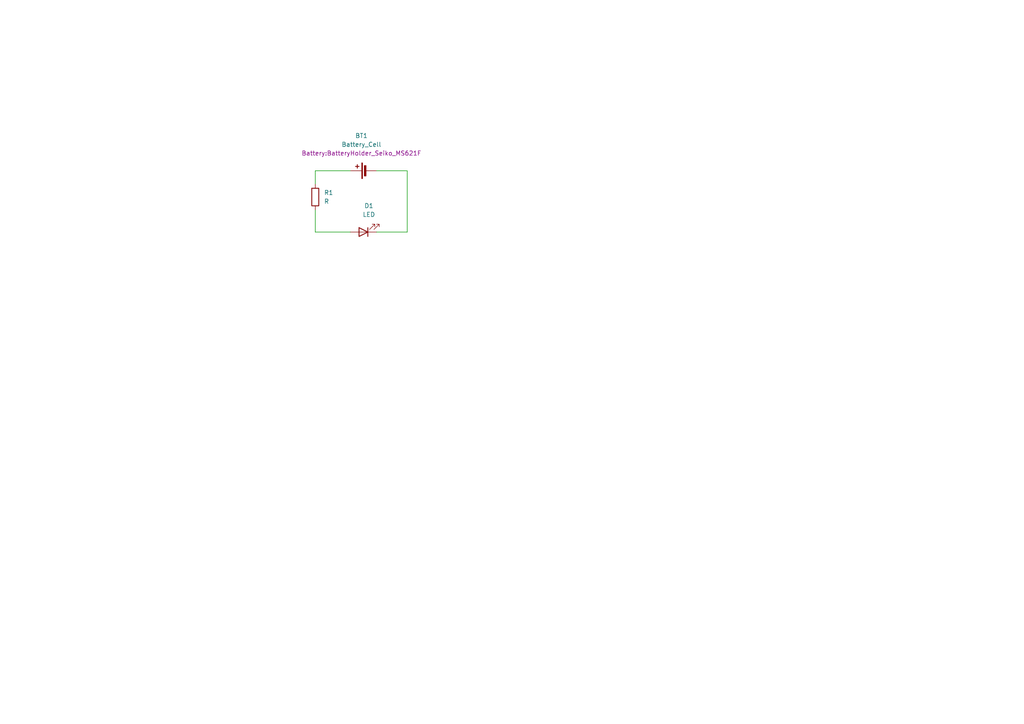
<source format=kicad_sch>
(kicad_sch (version 20231120) (generator "eeschema") (generator_version "8.0")
  (paper "A4")
  (title_block (title "LED Demo") (date "2024-10-29") (rev "1.0") (company "Formula Slug"))
  (lib_symbols
    (symbol "Device:Battery_Cell" (pin_numbers hide) (pin_names (offset 0) hide)
      (property "Reference" "BT" (at 2.54 2.54 0))
      (property "Value" "Battery_Cell" (at 2.54 0 0))
      (symbol "Battery_Cell_0_1"
        (rectangle (start -2.286 1.778) (end 2.286 1.524) (fill (type outline)))
        (rectangle (start -1.524 1.016) (end 1.524 0.508) (fill (type outline)))
        (polyline (pts (xy 0 0.762) (xy 0 0)))
        (polyline (pts (xy 0 1.778) (xy 0 2.54)))
        (polyline (pts (xy 0.762 3.048) (xy 1.778 3.048)) (stroke (width 0.254)))
        (polyline (pts (xy 1.27 3.556) (xy 1.27 2.54)) (stroke (width 0.254)))
      )
      (symbol "Battery_Cell_1_1"
        (pin passive line (at 0 5.08 270) (length 2.54) (name "+") (number "1"))
        (pin passive line (at 0 -2.54 90) (length 2.54) (name "-") (number "2"))
      )
    )
    (symbol "Device:LED" (pin_numbers hide) (pin_names (offset 1.016) hide)
      (property "Reference" "D" (at 0 2.54 0))
      (property "Value" "LED" (at 0 -2.54 0))
      (symbol "LED_0_1"
        (polyline (pts (xy -1.27 -1.27) (xy -1.27 1.27)) (stroke (width 0.254)))
        (polyline (pts (xy -1.27 0) (xy 1.27 0)))
        (polyline (pts (xy 1.27 -1.27) (xy 1.27 1.27) (xy -1.27 0) (xy 1.27 -1.27)) (stroke (width 0.254)))
        (polyline (pts (xy -3.048 -0.762) (xy -4.572 -2.286) (xy -3.81 -2.286) (xy -4.572 -2.286) (xy -4.572 -1.524)))
        (polyline (pts (xy -1.778 -0.762) (xy -3.302 -2.286) (xy -2.54 -2.286) (xy -3.302 -2.286) (xy -3.302 -1.524)))
      )
      (symbol "LED_1_1"
        (pin passive line (at -3.81 0 0) (length 2.54) (name "K") (number "1"))
        (pin passive line (at 3.81 0 180) (length 2.54) (name "A") (number "2"))
      )
    )
    (symbol "Device:R" (pin_numbers hide) (pin_names (offset 0))
      (property "Reference" "R" (at 2.032 0 90))
      (property "Value" "R" (at 0 0 90))
      (symbol "R_0_1"
        (rectangle (start -1.016 -2.54) (end 1.016 2.54) (stroke (width 0.254)))
      )
      (symbol "R_1_1"
        (pin passive line (at 0 3.81 270) (length 1.27) (name "~") (number "1"))
        (pin passive line (at 0 -3.81 90) (length 1.27) (name "~") (number "2"))
      )
    )
  )
  (wire (pts (xy 91.44 53.34) (xy 91.44 49.53)))
  (wire (pts (xy 118.11 67.31) (xy 118.11 49.53)))
  (wire (pts (xy 91.44 49.53) (xy 101.6 49.53)))
  (wire (pts (xy 91.44 67.31) (xy 101.6 67.31)))
  (wire (pts (xy 109.22 67.31) (xy 118.11 67.31)))
  (wire (pts (xy 91.44 60.96) (xy 91.44 67.31)))
  (wire (pts (xy 118.11 49.53) (xy 109.22 49.53)))
  (symbol (lib_id "Device:Battery_Cell") (at 106.68 49.53 90) (unit 1)
    (property "Reference" "BT1" (at 104.8385 39.37 90))
    (property "Value" "Battery_Cell" (at 104.8385 41.91 90))
    (property "Footprint" "Battery:BatteryHolder_Seiko_MS621F" (at 104.8385 44.45 90))
    (property "Description" "Single-cell battery" (effects (hide yes)))
  )
  (symbol (lib_id "Device:R") (at 91.44 57.15 180) (unit 1)
    (property "Reference" "R1" (at 93.98 55.8799 0) (effects (justify right)))
    (property "Value" "R" (at 93.98 58.4199 0) (effects (justify right)))
    (property "Footprint" "Resistor_SMD:R_0805_2012Metric_Pad1.20x1.40mm_HandSolder" (effects (hide yes)))
    (property "Description" "Resistor" (effects (hide yes)))
  )
  (symbol (lib_id "Device:LED") (at 105.41 67.31 180) (unit 1)
    (property "Reference" "D1" (at 106.9975 59.69 0))
    (property "Value" "LED" (at 106.9975 62.23 0))
    (property "Footprint" "LED_SMD:LED_0805_2012Metric_Pad1.15x1.40mm_HandSolder" (effects (hide yes)))
    (property "Description" "Light emitting diode" (effects (hide yes)))
  )
)
</source>
